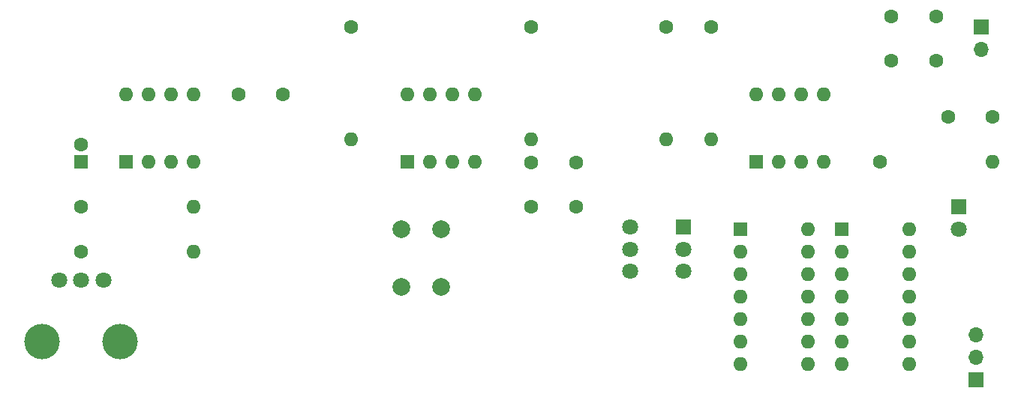
<source format=gbr>
%TF.GenerationSoftware,KiCad,Pcbnew,8.0.5*%
%TF.CreationDate,2024-10-04T10:44:53+02:00*%
%TF.ProjectId,8-bit computer,382d6269-7420-4636-9f6d-70757465722e,rev?*%
%TF.SameCoordinates,Original*%
%TF.FileFunction,Copper,L2,Bot*%
%TF.FilePolarity,Positive*%
%FSLAX46Y46*%
G04 Gerber Fmt 4.6, Leading zero omitted, Abs format (unit mm)*
G04 Created by KiCad (PCBNEW 8.0.5) date 2024-10-04 10:44:53*
%MOMM*%
%LPD*%
G01*
G04 APERTURE LIST*
%TA.AperFunction,ComponentPad*%
%ADD10O,1.600000X1.600000*%
%TD*%
%TA.AperFunction,ComponentPad*%
%ADD11R,1.600000X1.600000*%
%TD*%
%TA.AperFunction,ComponentPad*%
%ADD12C,1.800000*%
%TD*%
%TA.AperFunction,ComponentPad*%
%ADD13R,1.800000X1.800000*%
%TD*%
%TA.AperFunction,ComponentPad*%
%ADD14C,2.000000*%
%TD*%
%TA.AperFunction,WasherPad*%
%ADD15C,4.000000*%
%TD*%
%TA.AperFunction,ComponentPad*%
%ADD16C,1.600000*%
%TD*%
%TA.AperFunction,ComponentPad*%
%ADD17O,1.700000X1.700000*%
%TD*%
%TA.AperFunction,ComponentPad*%
%ADD18R,1.700000X1.700000*%
%TD*%
G04 APERTURE END LIST*
D10*
%TO.P,U5,14*%
%TO.N,VCC*%
X190005000Y-78740000D03*
%TO.P,U5,13*%
%TO.N,/CLK*%
X190005000Y-81280000D03*
%TO.P,U5,12*%
%TO.N,/~{CLK}*%
X190005000Y-83820000D03*
%TO.P,U5,11*%
X190005000Y-86360000D03*
%TO.P,U5,10*%
%TO.N,Net-(U5-Pad10)*%
X190005000Y-88900000D03*
%TO.P,U5,9*%
%TO.N,/HLT*%
X190005000Y-91440000D03*
%TO.P,U5,8*%
X190005000Y-93980000D03*
%TO.P,U5,7*%
%TO.N,GND*%
X182385000Y-93980000D03*
%TO.P,U5,6*%
%TO.N,Net-(U5-Pad10)*%
X182385000Y-91440000D03*
%TO.P,U5,5*%
%TO.N,Net-(U4-Pad10)*%
X182385000Y-88900000D03*
%TO.P,U5,4*%
%TO.N,/~{CLK}*%
X182385000Y-86360000D03*
%TO.P,U5,3*%
%TO.N,N/C*%
X182385000Y-83820000D03*
%TO.P,U5,2*%
X182385000Y-81280000D03*
D11*
%TO.P,U5,1*%
X182385000Y-78740000D03*
%TD*%
D10*
%TO.P,U3,8,VCC*%
%TO.N,VCC*%
X172720000Y-63500000D03*
%TO.P,U3,7,DIS*%
%TO.N,unconnected-(U3-DIS-Pad7)*%
X175260000Y-63500000D03*
%TO.P,U3,6,THR*%
%TO.N,GND*%
X177800000Y-63500000D03*
%TO.P,U3,5,CV*%
%TO.N,Net-(U3-CV)*%
X180340000Y-63500000D03*
%TO.P,U3,4,R*%
%TO.N,Net-(SW2-C)*%
X180340000Y-71120000D03*
%TO.P,U3,3,Q*%
%TO.N,Net-(U3-Q)*%
X177800000Y-71120000D03*
%TO.P,U3,2,TR*%
%TO.N,Net-(SW2-A)*%
X175260000Y-71120000D03*
D11*
%TO.P,U3,1,GND*%
%TO.N,GND*%
X172720000Y-71120000D03*
%TD*%
%TO.P,U2,1,GND*%
%TO.N,GND*%
X133360000Y-71110000D03*
D10*
%TO.P,U2,2,TR*%
%TO.N,Net-(U2-TR)*%
X135900000Y-71110000D03*
%TO.P,U2,3,Q*%
%TO.N,Net-(U2-Q)*%
X138440000Y-71110000D03*
%TO.P,U2,4,R*%
%TO.N,VCC*%
X140980000Y-71110000D03*
%TO.P,U2,5,CV*%
%TO.N,Net-(U2-CV)*%
X140980000Y-63490000D03*
%TO.P,U2,6,THR*%
%TO.N,Net-(U2-DIS)*%
X138440000Y-63490000D03*
%TO.P,U2,7,DIS*%
X135900000Y-63490000D03*
%TO.P,U2,8,VCC*%
%TO.N,VCC*%
X133360000Y-63490000D03*
%TD*%
D11*
%TO.P,U1,1,GND*%
%TO.N,GND*%
X101600000Y-71120000D03*
D10*
%TO.P,U1,2,TR*%
%TO.N,VCC*%
X104140000Y-71120000D03*
%TO.P,U1,3,Q*%
%TO.N,Net-(U1-Q)*%
X106680000Y-71120000D03*
%TO.P,U1,4,R*%
%TO.N,VCC*%
X109220000Y-71120000D03*
%TO.P,U1,5,CV*%
%TO.N,Net-(U1-CV)*%
X109220000Y-63500000D03*
%TO.P,U1,6,THR*%
%TO.N,VCC*%
X106680000Y-63500000D03*
%TO.P,U1,7,DIS*%
%TO.N,Net-(U1-DIS)*%
X104140000Y-63500000D03*
%TO.P,U1,8,VCC*%
%TO.N,VCC*%
X101600000Y-63500000D03*
%TD*%
D12*
%TO.P,SW2,6*%
%TO.N,N/C*%
X158496000Y-83486000D03*
%TO.P,SW2,5*%
X158496000Y-80986000D03*
%TO.P,SW2,4*%
X158496000Y-78486000D03*
%TO.P,SW2,3,C*%
%TO.N,Net-(SW2-C)*%
X164496000Y-83486000D03*
%TO.P,SW2,2,B*%
%TO.N,GND*%
X164496000Y-80986000D03*
D13*
%TO.P,SW2,1,A*%
%TO.N,Net-(SW2-A)*%
X164496000Y-78486000D03*
%TD*%
D14*
%TO.P,SW1,1,1*%
%TO.N,GND*%
X132660000Y-85240000D03*
X132660000Y-78740000D03*
%TO.P,SW1,2,2*%
%TO.N,Net-(U2-TR)*%
X137160000Y-85240000D03*
X137160000Y-78740000D03*
%TD*%
D12*
%TO.P,RV1,3,3*%
%TO.N,unconnected-(RV1-Pad3)*%
X99020000Y-84440000D03*
%TO.P,RV1,2,2*%
%TO.N,Net-(R6-Pad1)*%
X96520000Y-84440000D03*
%TO.P,RV1,1,1*%
%TO.N,VCC*%
X94020000Y-84440000D03*
D15*
%TO.P,RV1,*%
%TO.N,*%
X92120000Y-91440000D03*
X100920000Y-91440000D03*
%TD*%
D16*
%TO.P,R7,1*%
%TO.N,Net-(D1-K)*%
X186690000Y-71120000D03*
D10*
%TO.P,R7,2*%
%TO.N,GND*%
X199390000Y-71120000D03*
%TD*%
D16*
%TO.P,R6,1*%
%TO.N,Net-(R6-Pad1)*%
X96520000Y-76200000D03*
D10*
%TO.P,R6,2*%
%TO.N,Net-(U1-DIS)*%
X109220000Y-76200000D03*
%TD*%
%TO.P,R5,2*%
%TO.N,Net-(U1-DIS)*%
X109220000Y-81280000D03*
D16*
%TO.P,R5,1*%
%TO.N,VCC*%
X96520000Y-81280000D03*
%TD*%
%TO.P,R4,1*%
%TO.N,VCC*%
X147320000Y-55880000D03*
D10*
%TO.P,R4,2*%
%TO.N,Net-(U2-DIS)*%
X147320000Y-68580000D03*
%TD*%
D16*
%TO.P,R3,1*%
%TO.N,VCC*%
X127000000Y-55880000D03*
D10*
%TO.P,R3,2*%
%TO.N,Net-(U2-TR)*%
X127000000Y-68580000D03*
%TD*%
D16*
%TO.P,R2,1*%
%TO.N,VCC*%
X162560000Y-55880000D03*
D10*
%TO.P,R2,2*%
%TO.N,Net-(SW2-C)*%
X162560000Y-68580000D03*
%TD*%
D16*
%TO.P,R1,1*%
%TO.N,VCC*%
X167640000Y-55880000D03*
D10*
%TO.P,R1,2*%
%TO.N,Net-(SW2-A)*%
X167640000Y-68580000D03*
%TD*%
D13*
%TO.P,D1,1,K*%
%TO.N,Net-(D1-K)*%
X195580000Y-76200000D03*
D12*
%TO.P,D1,2,A*%
%TO.N,LED_SEL*%
X195580000Y-78740000D03*
%TD*%
D11*
%TO.P,C7,1*%
%TO.N,VCC*%
X96520000Y-71120000D03*
D16*
%TO.P,C7,2*%
%TO.N,GND*%
X96520000Y-69120000D03*
%TD*%
%TO.P,C6,1*%
%TO.N,Net-(U1-CV)*%
X114300000Y-63500000D03*
%TO.P,C6,2*%
%TO.N,GND*%
X119300000Y-63500000D03*
%TD*%
%TO.P,C5,1*%
%TO.N,Net-(U2-DIS)*%
X152400000Y-71200000D03*
%TO.P,C5,2*%
%TO.N,GND*%
X152400000Y-76200000D03*
%TD*%
%TO.P,C4,1*%
%TO.N,Net-(U2-CV)*%
X147320000Y-71200000D03*
%TO.P,C4,2*%
%TO.N,GND*%
X147320000Y-76200000D03*
%TD*%
%TO.P,C3,1*%
%TO.N,Net-(U3-CV)*%
X194390000Y-66040000D03*
%TO.P,C3,2*%
%TO.N,GND*%
X199390000Y-66040000D03*
%TD*%
%TO.P,C2,1*%
%TO.N,VCC*%
X193040000Y-59695000D03*
%TO.P,C2,2*%
%TO.N,GND*%
X193040000Y-54695000D03*
%TD*%
%TO.P,C1,2*%
%TO.N,VCC*%
X187960000Y-59655000D03*
%TO.P,C1,1*%
%TO.N,GND*%
X187960000Y-54655000D03*
%TD*%
D17*
%TO.P,Control_Bus,3*%
%TO.N,/CLK*%
X197485000Y-90678000D03*
%TO.P,Control_Bus,2*%
%TO.N,/~{CLK}*%
X197485000Y-93218000D03*
D18*
%TO.P,Control_Bus,1*%
%TO.N,/HLT*%
X197485000Y-95758000D03*
%TD*%
D17*
%TO.P,PWR,2*%
%TO.N,VCC*%
X198120000Y-58420000D03*
D18*
%TO.P,PWR,1*%
%TO.N,GND*%
X198120000Y-55880000D03*
%TD*%
D10*
%TO.P,U4,14*%
%TO.N,VCC*%
X178575000Y-78740000D03*
%TO.P,U4,13*%
%TO.N,Net-(U4-Pad13)*%
X178575000Y-81280000D03*
%TO.P,U4,12*%
%TO.N,Net-(U3-Q)*%
X178575000Y-83820000D03*
%TO.P,U4,11*%
X178575000Y-86360000D03*
%TO.P,U4,10*%
%TO.N,Net-(U4-Pad10)*%
X178575000Y-88900000D03*
%TO.P,U4,9*%
%TO.N,Net-(U4-Pad1)*%
X178575000Y-91440000D03*
%TO.P,U4,8*%
%TO.N,Net-(U4-Pad4)*%
X178575000Y-93980000D03*
%TO.P,U4,7*%
%TO.N,GND*%
X170955000Y-93980000D03*
%TO.P,U4,6*%
%TO.N,Net-(U3-Q)*%
X170955000Y-91440000D03*
%TO.P,U4,5*%
%TO.N,Net-(U1-Q)*%
X170955000Y-88900000D03*
%TO.P,U4,4*%
%TO.N,Net-(U4-Pad4)*%
X170955000Y-86360000D03*
%TO.P,U4,3*%
%TO.N,Net-(U2-Q)*%
X170955000Y-83820000D03*
%TO.P,U4,2*%
%TO.N,Net-(U4-Pad13)*%
X170955000Y-81280000D03*
D11*
%TO.P,U4,1*%
%TO.N,Net-(U4-Pad1)*%
X170955000Y-78740000D03*
%TD*%
M02*

</source>
